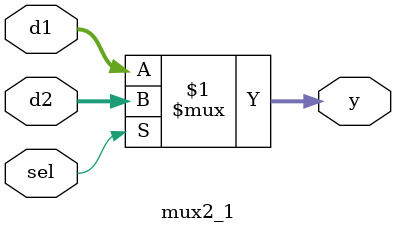
<source format=v>
`timescale 1ns / 1ps


module mux2_1(
  input [31:0]d1,d2,
  input sel,
  output [31:0]y
);
  assign y=sel?d2:d1;
endmodule
</source>
